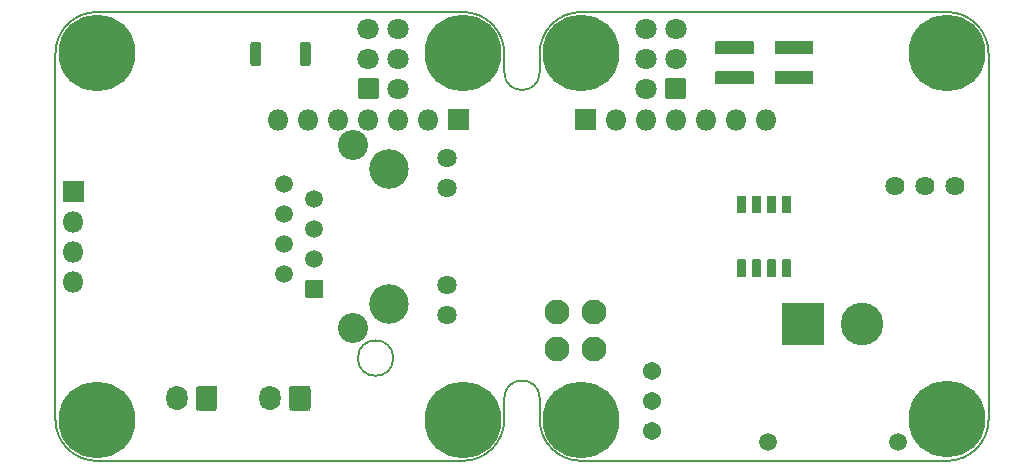
<source format=gbr>
%TF.GenerationSoftware,KiCad,Pcbnew,(5.1.8-0-10_14)*%
%TF.CreationDate,2021-09-02T11:11:12+02:00*%
%TF.ProjectId,ethersweep,65746865-7273-4776-9565-702e6b696361,2.0.1*%
%TF.SameCoordinates,Original*%
%TF.FileFunction,Soldermask,Bot*%
%TF.FilePolarity,Negative*%
%FSLAX46Y46*%
G04 Gerber Fmt 4.6, Leading zero omitted, Abs format (unit mm)*
G04 Created by KiCad (PCBNEW (5.1.8-0-10_14)) date 2021-09-02 11:11:12*
%MOMM*%
%LPD*%
G01*
G04 APERTURE LIST*
%TA.AperFunction,Profile*%
%ADD10C,0.150000*%
%TD*%
%ADD11C,0.902000*%
%ADD12C,6.502000*%
%ADD13O,1.802000X2.102000*%
%ADD14C,1.802000*%
%ADD15O,1.802000X1.802000*%
%ADD16C,2.102000*%
%ADD17C,1.500000*%
%ADD18C,1.632000*%
%ADD19C,2.547000*%
%ADD20C,3.352000*%
%ADD21C,1.542000*%
%ADD22C,1.502000*%
%ADD23C,3.602000*%
%ADD24C,1.626000*%
%ADD25C,0.100000*%
G04 APERTURE END LIST*
D10*
X221600000Y-26700000D02*
G75*
G02*
X225100000Y-30200000I0J-3500000D01*
G01*
X184100000Y-60700000D02*
X184100000Y-59400000D01*
X187100000Y-31800000D02*
X187100000Y-30700000D01*
X187100000Y-31800000D02*
G75*
G02*
X184100000Y-31800000I-1500000J0D01*
G01*
X187100000Y-61200000D02*
X187100000Y-59400000D01*
X184100000Y-31800000D02*
X184100000Y-30200000D01*
X184100000Y-59400000D02*
G75*
G02*
X187100000Y-59400000I1500000J0D01*
G01*
X184100000Y-61200000D02*
X184100000Y-60700000D01*
X187100000Y-30200000D02*
X187100000Y-30700000D01*
X174700000Y-56000000D02*
G75*
G03*
X174700000Y-56000000I-1500000J0D01*
G01*
X149600000Y-64700000D02*
G75*
G02*
X146100000Y-61200000I0J3500000D01*
G01*
X149600000Y-64700000D02*
X180600000Y-64700000D01*
X190600000Y-26700000D02*
X221600000Y-26700000D01*
X187100000Y-30200000D02*
G75*
G02*
X190600000Y-26700000I3500000J0D01*
G01*
X225100000Y-61200000D02*
G75*
G02*
X221600000Y-64700000I-3500000J0D01*
G01*
X190600000Y-64700000D02*
G75*
G02*
X187100000Y-61200000I0J3500000D01*
G01*
X190600000Y-64700000D02*
X221600000Y-64700000D01*
X225100000Y-61200000D02*
X225100000Y-30200000D01*
X146100000Y-30200000D02*
X146100000Y-61200000D01*
X184100000Y-61200000D02*
G75*
G02*
X180600000Y-64700000I-3500000J0D01*
G01*
X180600000Y-26700000D02*
G75*
G02*
X184100000Y-30200000I0J-3500000D01*
G01*
X146100000Y-30200000D02*
G75*
G02*
X149600000Y-26700000I3500000J0D01*
G01*
X180600000Y-26700000D02*
X149600000Y-26700000D01*
X221600000Y-26700000D02*
G75*
G02*
X225100000Y-30200000I0J-3500000D01*
G01*
X184100000Y-60700000D02*
X184100000Y-59400000D01*
X187100000Y-31800000D02*
X187100000Y-30700000D01*
X187100000Y-31800000D02*
G75*
G02*
X184100000Y-31800000I-1500000J0D01*
G01*
X187100000Y-61200000D02*
X187100000Y-59400000D01*
X184100000Y-31800000D02*
X184100000Y-30200000D01*
X184100000Y-59400000D02*
G75*
G02*
X187100000Y-59400000I1500000J0D01*
G01*
X184100000Y-61200000D02*
X184100000Y-60700000D01*
X187100000Y-30200000D02*
X187100000Y-30700000D01*
X174700000Y-56000000D02*
G75*
G03*
X174700000Y-56000000I-1500000J0D01*
G01*
X149600000Y-64700000D02*
G75*
G02*
X146100000Y-61200000I0J3500000D01*
G01*
X149600000Y-64700000D02*
X180600000Y-64700000D01*
X190600000Y-26700000D02*
X221600000Y-26700000D01*
X187100000Y-30200000D02*
G75*
G02*
X190600000Y-26700000I3500000J0D01*
G01*
X225100000Y-61200000D02*
G75*
G02*
X221600000Y-64700000I-3500000J0D01*
G01*
X190600000Y-64700000D02*
G75*
G02*
X187100000Y-61200000I0J3500000D01*
G01*
X190600000Y-64700000D02*
X221600000Y-64700000D01*
X225100000Y-61200000D02*
X225100000Y-30200000D01*
X146100000Y-30200000D02*
X146100000Y-61200000D01*
X184100000Y-61200000D02*
G75*
G02*
X180600000Y-64700000I-3500000J0D01*
G01*
X180600000Y-26700000D02*
G75*
G02*
X184100000Y-30200000I0J-3500000D01*
G01*
X146100000Y-30200000D02*
G75*
G02*
X149600000Y-26700000I3500000J0D01*
G01*
X180600000Y-26700000D02*
X149600000Y-26700000D01*
D11*
X151297056Y-59502944D03*
X149600000Y-58800000D03*
X147902944Y-59502944D03*
X147200000Y-61200000D03*
X147902944Y-62897056D03*
X149600000Y-63600000D03*
X151297056Y-62897056D03*
X152000000Y-61200000D03*
D12*
X149600000Y-61200000D03*
X221600000Y-30200000D03*
D11*
X224000000Y-30200000D03*
X223297056Y-31897056D03*
X221600000Y-32600000D03*
X219902944Y-31897056D03*
X219200000Y-30200000D03*
X219902944Y-28502944D03*
X221600000Y-27800000D03*
X223297056Y-28502944D03*
D13*
X156400000Y-59400000D03*
G36*
G01*
X159801000Y-58614000D02*
X159801000Y-60186000D01*
G75*
G02*
X159536000Y-60451000I-265000J0D01*
G01*
X158264000Y-60451000D01*
G75*
G02*
X157999000Y-60186000I0J265000D01*
G01*
X157999000Y-58614000D01*
G75*
G02*
X158264000Y-58349000I265000J0D01*
G01*
X159536000Y-58349000D01*
G75*
G02*
X159801000Y-58614000I0J-265000D01*
G01*
G37*
G36*
G01*
X171699000Y-33836000D02*
X171699000Y-32564000D01*
G75*
G02*
X171964000Y-32299000I265000J0D01*
G01*
X173236000Y-32299000D01*
G75*
G02*
X173501000Y-32564000I0J-265000D01*
G01*
X173501000Y-33836000D01*
G75*
G02*
X173236000Y-34101000I-265000J0D01*
G01*
X171964000Y-34101000D01*
G75*
G02*
X171699000Y-33836000I0J265000D01*
G01*
G37*
D14*
X172600000Y-30660000D03*
X172600000Y-28120000D03*
X175140000Y-33200000D03*
X175140000Y-30660000D03*
X175140000Y-28120000D03*
G36*
G01*
X199501000Y-32564000D02*
X199501000Y-33836000D01*
G75*
G02*
X199236000Y-34101000I-265000J0D01*
G01*
X197964000Y-34101000D01*
G75*
G02*
X197699000Y-33836000I0J265000D01*
G01*
X197699000Y-32564000D01*
G75*
G02*
X197964000Y-32299000I265000J0D01*
G01*
X199236000Y-32299000D01*
G75*
G02*
X199501000Y-32564000I0J-265000D01*
G01*
G37*
X198600000Y-30660000D03*
X198600000Y-28120000D03*
X196060000Y-33200000D03*
X196060000Y-30660000D03*
X196060000Y-28120000D03*
D12*
X190600000Y-61200000D03*
D11*
X193000000Y-61200000D03*
X192297056Y-62897056D03*
X190600000Y-63600000D03*
X188902944Y-62897056D03*
X188200000Y-61200000D03*
X188902944Y-59502944D03*
X190600000Y-58800000D03*
X192297056Y-59502944D03*
X223297056Y-59477945D03*
X221600000Y-58775001D03*
X219902944Y-59477945D03*
X219200000Y-61175001D03*
X219902944Y-62872057D03*
X221600000Y-63575001D03*
X223297056Y-62872057D03*
X224000000Y-61175001D03*
D12*
X221600000Y-61175001D03*
D11*
X192297056Y-28502944D03*
X190600000Y-27800000D03*
X188902944Y-28502944D03*
X188200000Y-30200000D03*
X188902944Y-31897056D03*
X190600000Y-32600000D03*
X192297056Y-31897056D03*
X193000000Y-30200000D03*
D12*
X190600000Y-30200000D03*
G36*
G01*
X148501000Y-41050000D02*
X148501000Y-42750000D01*
G75*
G02*
X148450000Y-42801000I-51000J0D01*
G01*
X146750000Y-42801000D01*
G75*
G02*
X146699000Y-42750000I0J51000D01*
G01*
X146699000Y-41050000D01*
G75*
G02*
X146750000Y-40999000I51000J0D01*
G01*
X148450000Y-40999000D01*
G75*
G02*
X148501000Y-41050000I0J-51000D01*
G01*
G37*
D15*
X147600000Y-44440000D03*
X147600000Y-46980000D03*
X147600000Y-49520000D03*
G36*
G01*
X167701000Y-58614000D02*
X167701000Y-60186000D01*
G75*
G02*
X167436000Y-60451000I-265000J0D01*
G01*
X166164000Y-60451000D01*
G75*
G02*
X165899000Y-60186000I0J265000D01*
G01*
X165899000Y-58614000D01*
G75*
G02*
X166164000Y-58349000I265000J0D01*
G01*
X167436000Y-58349000D01*
G75*
G02*
X167701000Y-58614000I0J-265000D01*
G01*
G37*
D13*
X164300000Y-59400000D03*
G36*
G01*
X210251000Y-29230000D02*
X210251000Y-30230000D01*
G75*
G02*
X210200000Y-30281000I-51000J0D01*
G01*
X207050000Y-30281000D01*
G75*
G02*
X206999000Y-30230000I0J51000D01*
G01*
X206999000Y-29230000D01*
G75*
G02*
X207050000Y-29179000I51000J0D01*
G01*
X210200000Y-29179000D01*
G75*
G02*
X210251000Y-29230000I0J-51000D01*
G01*
G37*
G36*
G01*
X205201000Y-29230000D02*
X205201000Y-30230000D01*
G75*
G02*
X205150000Y-30281000I-51000J0D01*
G01*
X202000000Y-30281000D01*
G75*
G02*
X201949000Y-30230000I0J51000D01*
G01*
X201949000Y-29230000D01*
G75*
G02*
X202000000Y-29179000I51000J0D01*
G01*
X205150000Y-29179000D01*
G75*
G02*
X205201000Y-29230000I0J-51000D01*
G01*
G37*
G36*
G01*
X210251000Y-31770000D02*
X210251000Y-32770000D01*
G75*
G02*
X210200000Y-32821000I-51000J0D01*
G01*
X207050000Y-32821000D01*
G75*
G02*
X206999000Y-32770000I0J51000D01*
G01*
X206999000Y-31770000D01*
G75*
G02*
X207050000Y-31719000I51000J0D01*
G01*
X210200000Y-31719000D01*
G75*
G02*
X210251000Y-31770000I0J-51000D01*
G01*
G37*
G36*
G01*
X205201000Y-31770000D02*
X205201000Y-32770000D01*
G75*
G02*
X205150000Y-32821000I-51000J0D01*
G01*
X202000000Y-32821000D01*
G75*
G02*
X201949000Y-32770000I0J51000D01*
G01*
X201949000Y-31770000D01*
G75*
G02*
X202000000Y-31719000I51000J0D01*
G01*
X205150000Y-31719000D01*
G75*
G02*
X205201000Y-31770000I0J-51000D01*
G01*
G37*
G36*
G01*
X163501000Y-29424500D02*
X163501000Y-31075500D01*
G75*
G02*
X163275500Y-31301000I-225500J0D01*
G01*
X162824500Y-31301000D01*
G75*
G02*
X162599000Y-31075500I0J225500D01*
G01*
X162599000Y-29424500D01*
G75*
G02*
X162824500Y-29199000I225500J0D01*
G01*
X163275500Y-29199000D01*
G75*
G02*
X163501000Y-29424500I0J-225500D01*
G01*
G37*
G36*
G01*
X167701000Y-29424500D02*
X167701000Y-31075500D01*
G75*
G02*
X167475500Y-31301000I-225500J0D01*
G01*
X167024500Y-31301000D01*
G75*
G02*
X166799000Y-31075500I0J225500D01*
G01*
X166799000Y-29424500D01*
G75*
G02*
X167024500Y-29199000I225500J0D01*
G01*
X167475500Y-29199000D01*
G75*
G02*
X167701000Y-29424500I0J-225500D01*
G01*
G37*
G36*
G01*
X203844000Y-43700000D02*
X203844000Y-42300000D01*
G75*
G02*
X203895000Y-42249000I51000J0D01*
G01*
X204495000Y-42249000D01*
G75*
G02*
X204546000Y-42300000I0J-51000D01*
G01*
X204546000Y-43700000D01*
G75*
G02*
X204495000Y-43751000I-51000J0D01*
G01*
X203895000Y-43751000D01*
G75*
G02*
X203844000Y-43700000I0J51000D01*
G01*
G37*
G36*
G01*
X205114000Y-43700000D02*
X205114000Y-42300000D01*
G75*
G02*
X205165000Y-42249000I51000J0D01*
G01*
X205765000Y-42249000D01*
G75*
G02*
X205816000Y-42300000I0J-51000D01*
G01*
X205816000Y-43700000D01*
G75*
G02*
X205765000Y-43751000I-51000J0D01*
G01*
X205165000Y-43751000D01*
G75*
G02*
X205114000Y-43700000I0J51000D01*
G01*
G37*
G36*
G01*
X206384000Y-43700000D02*
X206384000Y-42300000D01*
G75*
G02*
X206435000Y-42249000I51000J0D01*
G01*
X207035000Y-42249000D01*
G75*
G02*
X207086000Y-42300000I0J-51000D01*
G01*
X207086000Y-43700000D01*
G75*
G02*
X207035000Y-43751000I-51000J0D01*
G01*
X206435000Y-43751000D01*
G75*
G02*
X206384000Y-43700000I0J51000D01*
G01*
G37*
G36*
G01*
X207654000Y-43700000D02*
X207654000Y-42300000D01*
G75*
G02*
X207705000Y-42249000I51000J0D01*
G01*
X208305000Y-42249000D01*
G75*
G02*
X208356000Y-42300000I0J-51000D01*
G01*
X208356000Y-43700000D01*
G75*
G02*
X208305000Y-43751000I-51000J0D01*
G01*
X207705000Y-43751000D01*
G75*
G02*
X207654000Y-43700000I0J51000D01*
G01*
G37*
G36*
G01*
X207654000Y-49100000D02*
X207654000Y-47700000D01*
G75*
G02*
X207705000Y-47649000I51000J0D01*
G01*
X208305000Y-47649000D01*
G75*
G02*
X208356000Y-47700000I0J-51000D01*
G01*
X208356000Y-49100000D01*
G75*
G02*
X208305000Y-49151000I-51000J0D01*
G01*
X207705000Y-49151000D01*
G75*
G02*
X207654000Y-49100000I0J51000D01*
G01*
G37*
G36*
G01*
X206384000Y-49100000D02*
X206384000Y-47700000D01*
G75*
G02*
X206435000Y-47649000I51000J0D01*
G01*
X207035000Y-47649000D01*
G75*
G02*
X207086000Y-47700000I0J-51000D01*
G01*
X207086000Y-49100000D01*
G75*
G02*
X207035000Y-49151000I-51000J0D01*
G01*
X206435000Y-49151000D01*
G75*
G02*
X206384000Y-49100000I0J51000D01*
G01*
G37*
G36*
G01*
X205114000Y-49100000D02*
X205114000Y-47700000D01*
G75*
G02*
X205165000Y-47649000I51000J0D01*
G01*
X205765000Y-47649000D01*
G75*
G02*
X205816000Y-47700000I0J-51000D01*
G01*
X205816000Y-49100000D01*
G75*
G02*
X205765000Y-49151000I-51000J0D01*
G01*
X205165000Y-49151000D01*
G75*
G02*
X205114000Y-49100000I0J51000D01*
G01*
G37*
G36*
G01*
X203844000Y-49100000D02*
X203844000Y-47700000D01*
G75*
G02*
X203895000Y-47649000I51000J0D01*
G01*
X204495000Y-47649000D01*
G75*
G02*
X204546000Y-47700000I0J-51000D01*
G01*
X204546000Y-49100000D01*
G75*
G02*
X204495000Y-49151000I-51000J0D01*
G01*
X203895000Y-49151000D01*
G75*
G02*
X203844000Y-49100000I0J51000D01*
G01*
G37*
D12*
X149600000Y-30200000D03*
D11*
X152000000Y-30200000D03*
X151297056Y-31897056D03*
X149600000Y-32600000D03*
X147902944Y-31897056D03*
X147200000Y-30200000D03*
X147902944Y-28502944D03*
X149600000Y-27800000D03*
X151297056Y-28502944D03*
X182297056Y-28502944D03*
X180600000Y-27800000D03*
X178902944Y-28502944D03*
X178200000Y-30200000D03*
X178902944Y-31897056D03*
X180600000Y-32600000D03*
X182297056Y-31897056D03*
X183000000Y-30200000D03*
D12*
X180600000Y-30200000D03*
X180600000Y-61200000D03*
D11*
X183000000Y-61200000D03*
X182297056Y-62897056D03*
X180600000Y-63600000D03*
X178902944Y-62897056D03*
X178200000Y-61200000D03*
X178902944Y-59502944D03*
X180600000Y-58800000D03*
X182297056Y-59502944D03*
D16*
X188574999Y-55200000D03*
X188600000Y-52100000D03*
X191700000Y-55200000D03*
X191700000Y-52100000D03*
G36*
G01*
X191850000Y-36701000D02*
X190150000Y-36701000D01*
G75*
G02*
X190099000Y-36650000I0J51000D01*
G01*
X190099000Y-34950000D01*
G75*
G02*
X190150000Y-34899000I51000J0D01*
G01*
X191850000Y-34899000D01*
G75*
G02*
X191901000Y-34950000I0J-51000D01*
G01*
X191901000Y-36650000D01*
G75*
G02*
X191850000Y-36701000I-51000J0D01*
G01*
G37*
D15*
X193540000Y-35800000D03*
X196080000Y-35800000D03*
X198620000Y-35800000D03*
X201160000Y-35800000D03*
X203700000Y-35800000D03*
X206240000Y-35800000D03*
X164960000Y-35800000D03*
X167500000Y-35800000D03*
X170040000Y-35800000D03*
X172580000Y-35800000D03*
X175120000Y-35800000D03*
X177660000Y-35800000D03*
G36*
G01*
X181050000Y-36701000D02*
X179350000Y-36701000D01*
G75*
G02*
X179299000Y-36650000I0J51000D01*
G01*
X179299000Y-34950000D01*
G75*
G02*
X179350000Y-34899000I51000J0D01*
G01*
X181050000Y-34899000D01*
G75*
G02*
X181101000Y-34950000I0J-51000D01*
G01*
X181101000Y-36650000D01*
G75*
G02*
X181050000Y-36701000I-51000J0D01*
G01*
G37*
G36*
G01*
X167301000Y-49400000D02*
X168699000Y-49400000D01*
G75*
G02*
X168750000Y-49451000I0J-51000D01*
G01*
X168750000Y-50849000D01*
G75*
G02*
X168699000Y-50900000I-51000J0D01*
G01*
X167301000Y-50900000D01*
G75*
G02*
X167250000Y-50849000I0J51000D01*
G01*
X167250000Y-49451000D01*
G75*
G02*
X167301000Y-49400000I51000J0D01*
G01*
G37*
D17*
X165460000Y-48880000D03*
X168000000Y-47610000D03*
X165460000Y-46340000D03*
X168000000Y-45070000D03*
X165460000Y-43800000D03*
X168000000Y-42530000D03*
X165460000Y-41260000D03*
D18*
X179250000Y-52325000D03*
X179250000Y-49785000D03*
X179250000Y-39075000D03*
X179250000Y-41615000D03*
D19*
X171300000Y-53445000D03*
X171300000Y-37955000D03*
D20*
X174350000Y-39985000D03*
X174350000Y-51415000D03*
D21*
X196600000Y-62180000D03*
X196600000Y-59640000D03*
X196600000Y-57100000D03*
D22*
X206400000Y-63100000D03*
X217400000Y-63100000D03*
G36*
G01*
X211201000Y-51350000D02*
X211201000Y-54850000D01*
G75*
G02*
X211150000Y-54901000I-51000J0D01*
G01*
X207650000Y-54901000D01*
G75*
G02*
X207599000Y-54850000I0J51000D01*
G01*
X207599000Y-51350000D01*
G75*
G02*
X207650000Y-51299000I51000J0D01*
G01*
X211150000Y-51299000D01*
G75*
G02*
X211201000Y-51350000I0J-51000D01*
G01*
G37*
D23*
X214400000Y-53100000D03*
D24*
X222260000Y-41390000D03*
X219720000Y-41390000D03*
X217180000Y-41390000D03*
D25*
G36*
X165900990Y-60185804D02*
G01*
X165906062Y-60237304D01*
X165921029Y-60286642D01*
X165945332Y-60332110D01*
X165978038Y-60371962D01*
X166017890Y-60404668D01*
X166063358Y-60428971D01*
X166112696Y-60443938D01*
X166164196Y-60449010D01*
X166165822Y-60450175D01*
X166165626Y-60452165D01*
X166164000Y-60453000D01*
X166081903Y-60453000D01*
X166081707Y-60452990D01*
X166041204Y-60449001D01*
X166040819Y-60448925D01*
X166007767Y-60438899D01*
X166007405Y-60438749D01*
X165976954Y-60422472D01*
X165976628Y-60422254D01*
X165949932Y-60400345D01*
X165949655Y-60400068D01*
X165927746Y-60373372D01*
X165927528Y-60373046D01*
X165911251Y-60342595D01*
X165911101Y-60342233D01*
X165901075Y-60309181D01*
X165900999Y-60308796D01*
X165897010Y-60268293D01*
X165897000Y-60268097D01*
X165897000Y-60186000D01*
X165898000Y-60184268D01*
X165900000Y-60184268D01*
X165900990Y-60185804D01*
G37*
G36*
X159802165Y-60184374D02*
G01*
X159803000Y-60186000D01*
X159803000Y-60268097D01*
X159802990Y-60268293D01*
X159799001Y-60308796D01*
X159798925Y-60309181D01*
X159788899Y-60342233D01*
X159788749Y-60342595D01*
X159772472Y-60373046D01*
X159772254Y-60373372D01*
X159750345Y-60400068D01*
X159750068Y-60400345D01*
X159723372Y-60422254D01*
X159723046Y-60422472D01*
X159692595Y-60438749D01*
X159692233Y-60438899D01*
X159659181Y-60448925D01*
X159658796Y-60449001D01*
X159618293Y-60452990D01*
X159618097Y-60453000D01*
X159536000Y-60453000D01*
X159534268Y-60452000D01*
X159534268Y-60450000D01*
X159535804Y-60449010D01*
X159587304Y-60443938D01*
X159636642Y-60428971D01*
X159682110Y-60404668D01*
X159721962Y-60371962D01*
X159754668Y-60332110D01*
X159778971Y-60286642D01*
X159793938Y-60237304D01*
X159799010Y-60185804D01*
X159800175Y-60184178D01*
X159802165Y-60184374D01*
G37*
G36*
X167702165Y-60184374D02*
G01*
X167703000Y-60186000D01*
X167703000Y-60268097D01*
X167702990Y-60268293D01*
X167699001Y-60308796D01*
X167698925Y-60309181D01*
X167688899Y-60342233D01*
X167688749Y-60342595D01*
X167672472Y-60373046D01*
X167672254Y-60373372D01*
X167650345Y-60400068D01*
X167650068Y-60400345D01*
X167623372Y-60422254D01*
X167623046Y-60422472D01*
X167592595Y-60438749D01*
X167592233Y-60438899D01*
X167559181Y-60448925D01*
X167558796Y-60449001D01*
X167518293Y-60452990D01*
X167518097Y-60453000D01*
X167436000Y-60453000D01*
X167434268Y-60452000D01*
X167434268Y-60450000D01*
X167435804Y-60449010D01*
X167487304Y-60443938D01*
X167536642Y-60428971D01*
X167582110Y-60404668D01*
X167621962Y-60371962D01*
X167654668Y-60332110D01*
X167678971Y-60286642D01*
X167693938Y-60237304D01*
X167699010Y-60185804D01*
X167700175Y-60184178D01*
X167702165Y-60184374D01*
G37*
G36*
X158000990Y-60185804D02*
G01*
X158006062Y-60237304D01*
X158021029Y-60286642D01*
X158045332Y-60332110D01*
X158078038Y-60371962D01*
X158117890Y-60404668D01*
X158163358Y-60428971D01*
X158212696Y-60443938D01*
X158264196Y-60449010D01*
X158265822Y-60450175D01*
X158265626Y-60452165D01*
X158264000Y-60453000D01*
X158181903Y-60453000D01*
X158181707Y-60452990D01*
X158141204Y-60449001D01*
X158140819Y-60448925D01*
X158107767Y-60438899D01*
X158107405Y-60438749D01*
X158076954Y-60422472D01*
X158076628Y-60422254D01*
X158049932Y-60400345D01*
X158049655Y-60400068D01*
X158027746Y-60373372D01*
X158027528Y-60373046D01*
X158011251Y-60342595D01*
X158011101Y-60342233D01*
X158001075Y-60309181D01*
X158000999Y-60308796D01*
X157997010Y-60268293D01*
X157997000Y-60268097D01*
X157997000Y-60186000D01*
X157998000Y-60184268D01*
X158000000Y-60184268D01*
X158000990Y-60185804D01*
G37*
G36*
X166165732Y-58348000D02*
G01*
X166165732Y-58350000D01*
X166164196Y-58350990D01*
X166112696Y-58356062D01*
X166063358Y-58371029D01*
X166017890Y-58395332D01*
X165978038Y-58428038D01*
X165945332Y-58467890D01*
X165921029Y-58513358D01*
X165906062Y-58562696D01*
X165900990Y-58614196D01*
X165899825Y-58615822D01*
X165897835Y-58615626D01*
X165897000Y-58614000D01*
X165897000Y-58531903D01*
X165897010Y-58531707D01*
X165900999Y-58491204D01*
X165901075Y-58490819D01*
X165911101Y-58457767D01*
X165911251Y-58457405D01*
X165927528Y-58426954D01*
X165927746Y-58426628D01*
X165949655Y-58399932D01*
X165949932Y-58399655D01*
X165976628Y-58377746D01*
X165976954Y-58377528D01*
X166007405Y-58361251D01*
X166007767Y-58361101D01*
X166040819Y-58351075D01*
X166041204Y-58350999D01*
X166081707Y-58347010D01*
X166081903Y-58347000D01*
X166164000Y-58347000D01*
X166165732Y-58348000D01*
G37*
G36*
X158265732Y-58348000D02*
G01*
X158265732Y-58350000D01*
X158264196Y-58350990D01*
X158212696Y-58356062D01*
X158163358Y-58371029D01*
X158117890Y-58395332D01*
X158078038Y-58428038D01*
X158045332Y-58467890D01*
X158021029Y-58513358D01*
X158006062Y-58562696D01*
X158000990Y-58614196D01*
X157999825Y-58615822D01*
X157997835Y-58615626D01*
X157997000Y-58614000D01*
X157997000Y-58531903D01*
X157997010Y-58531707D01*
X158000999Y-58491204D01*
X158001075Y-58490819D01*
X158011101Y-58457767D01*
X158011251Y-58457405D01*
X158027528Y-58426954D01*
X158027746Y-58426628D01*
X158049655Y-58399932D01*
X158049932Y-58399655D01*
X158076628Y-58377746D01*
X158076954Y-58377528D01*
X158107405Y-58361251D01*
X158107767Y-58361101D01*
X158140819Y-58351075D01*
X158141204Y-58350999D01*
X158181707Y-58347010D01*
X158181903Y-58347000D01*
X158264000Y-58347000D01*
X158265732Y-58348000D01*
G37*
G36*
X159618293Y-58347010D02*
G01*
X159658796Y-58350999D01*
X159659181Y-58351075D01*
X159692233Y-58361101D01*
X159692595Y-58361251D01*
X159723046Y-58377528D01*
X159723372Y-58377746D01*
X159750068Y-58399655D01*
X159750345Y-58399932D01*
X159772254Y-58426628D01*
X159772472Y-58426954D01*
X159788749Y-58457405D01*
X159788899Y-58457767D01*
X159798925Y-58490819D01*
X159799001Y-58491204D01*
X159802990Y-58531707D01*
X159803000Y-58531903D01*
X159803000Y-58614000D01*
X159802000Y-58615732D01*
X159800000Y-58615732D01*
X159799010Y-58614196D01*
X159793938Y-58562696D01*
X159778971Y-58513358D01*
X159754668Y-58467890D01*
X159721962Y-58428038D01*
X159682110Y-58395332D01*
X159636642Y-58371029D01*
X159587304Y-58356062D01*
X159535804Y-58350990D01*
X159534178Y-58349825D01*
X159534374Y-58347835D01*
X159536000Y-58347000D01*
X159618097Y-58347000D01*
X159618293Y-58347010D01*
G37*
G36*
X167518293Y-58347010D02*
G01*
X167558796Y-58350999D01*
X167559181Y-58351075D01*
X167592233Y-58361101D01*
X167592595Y-58361251D01*
X167623046Y-58377528D01*
X167623372Y-58377746D01*
X167650068Y-58399655D01*
X167650345Y-58399932D01*
X167672254Y-58426628D01*
X167672472Y-58426954D01*
X167688749Y-58457405D01*
X167688899Y-58457767D01*
X167698925Y-58490819D01*
X167699001Y-58491204D01*
X167702990Y-58531707D01*
X167703000Y-58531903D01*
X167703000Y-58614000D01*
X167702000Y-58615732D01*
X167700000Y-58615732D01*
X167699010Y-58614196D01*
X167693938Y-58562696D01*
X167678971Y-58513358D01*
X167654668Y-58467890D01*
X167621962Y-58428038D01*
X167582110Y-58395332D01*
X167536642Y-58371029D01*
X167487304Y-58356062D01*
X167435804Y-58350990D01*
X167434178Y-58349825D01*
X167434374Y-58347835D01*
X167436000Y-58347000D01*
X167518097Y-58347000D01*
X167518293Y-58347010D01*
G37*
G36*
X171700990Y-33835804D02*
G01*
X171706062Y-33887304D01*
X171721029Y-33936642D01*
X171745332Y-33982110D01*
X171778038Y-34021962D01*
X171817890Y-34054668D01*
X171863358Y-34078971D01*
X171912696Y-34093938D01*
X171964196Y-34099010D01*
X171965822Y-34100175D01*
X171965626Y-34102165D01*
X171964000Y-34103000D01*
X171881903Y-34103000D01*
X171881707Y-34102990D01*
X171841204Y-34099001D01*
X171840819Y-34098925D01*
X171807767Y-34088899D01*
X171807405Y-34088749D01*
X171776954Y-34072472D01*
X171776628Y-34072254D01*
X171749932Y-34050345D01*
X171749655Y-34050068D01*
X171727746Y-34023372D01*
X171727528Y-34023046D01*
X171711251Y-33992595D01*
X171711101Y-33992233D01*
X171701075Y-33959181D01*
X171700999Y-33958796D01*
X171697010Y-33918293D01*
X171697000Y-33918097D01*
X171697000Y-33836000D01*
X171698000Y-33834268D01*
X171700000Y-33834268D01*
X171700990Y-33835804D01*
G37*
G36*
X197700990Y-33835804D02*
G01*
X197706062Y-33887304D01*
X197721029Y-33936642D01*
X197745332Y-33982110D01*
X197778038Y-34021962D01*
X197817890Y-34054668D01*
X197863358Y-34078971D01*
X197912696Y-34093938D01*
X197964196Y-34099010D01*
X197965822Y-34100175D01*
X197965626Y-34102165D01*
X197964000Y-34103000D01*
X197881903Y-34103000D01*
X197881707Y-34102990D01*
X197841204Y-34099001D01*
X197840819Y-34098925D01*
X197807767Y-34088899D01*
X197807405Y-34088749D01*
X197776954Y-34072472D01*
X197776628Y-34072254D01*
X197749932Y-34050345D01*
X197749655Y-34050068D01*
X197727746Y-34023372D01*
X197727528Y-34023046D01*
X197711251Y-33992595D01*
X197711101Y-33992233D01*
X197701075Y-33959181D01*
X197700999Y-33958796D01*
X197697010Y-33918293D01*
X197697000Y-33918097D01*
X197697000Y-33836000D01*
X197698000Y-33834268D01*
X197700000Y-33834268D01*
X197700990Y-33835804D01*
G37*
G36*
X173502165Y-33834374D02*
G01*
X173503000Y-33836000D01*
X173503000Y-33918097D01*
X173502990Y-33918293D01*
X173499001Y-33958796D01*
X173498925Y-33959181D01*
X173488899Y-33992233D01*
X173488749Y-33992595D01*
X173472472Y-34023046D01*
X173472254Y-34023372D01*
X173450345Y-34050068D01*
X173450068Y-34050345D01*
X173423372Y-34072254D01*
X173423046Y-34072472D01*
X173392595Y-34088749D01*
X173392233Y-34088899D01*
X173359181Y-34098925D01*
X173358796Y-34099001D01*
X173318293Y-34102990D01*
X173318097Y-34103000D01*
X173236000Y-34103000D01*
X173234268Y-34102000D01*
X173234268Y-34100000D01*
X173235804Y-34099010D01*
X173287304Y-34093938D01*
X173336642Y-34078971D01*
X173382110Y-34054668D01*
X173421962Y-34021962D01*
X173454668Y-33982110D01*
X173478971Y-33936642D01*
X173493938Y-33887304D01*
X173499010Y-33835804D01*
X173500175Y-33834178D01*
X173502165Y-33834374D01*
G37*
G36*
X199502165Y-33834374D02*
G01*
X199503000Y-33836000D01*
X199503000Y-33918097D01*
X199502990Y-33918293D01*
X199499001Y-33958796D01*
X199498925Y-33959181D01*
X199488899Y-33992233D01*
X199488749Y-33992595D01*
X199472472Y-34023046D01*
X199472254Y-34023372D01*
X199450345Y-34050068D01*
X199450068Y-34050345D01*
X199423372Y-34072254D01*
X199423046Y-34072472D01*
X199392595Y-34088749D01*
X199392233Y-34088899D01*
X199359181Y-34098925D01*
X199358796Y-34099001D01*
X199318293Y-34102990D01*
X199318097Y-34103000D01*
X199236000Y-34103000D01*
X199234268Y-34102000D01*
X199234268Y-34100000D01*
X199235804Y-34099010D01*
X199287304Y-34093938D01*
X199336642Y-34078971D01*
X199382110Y-34054668D01*
X199421962Y-34021962D01*
X199454668Y-33982110D01*
X199478971Y-33936642D01*
X199493938Y-33887304D01*
X199499010Y-33835804D01*
X199500175Y-33834178D01*
X199502165Y-33834374D01*
G37*
G36*
X197965732Y-32298000D02*
G01*
X197965732Y-32300000D01*
X197964196Y-32300990D01*
X197912696Y-32306062D01*
X197863358Y-32321029D01*
X197817890Y-32345332D01*
X197778038Y-32378038D01*
X197745332Y-32417890D01*
X197721029Y-32463358D01*
X197706062Y-32512696D01*
X197700990Y-32564196D01*
X197699825Y-32565822D01*
X197697835Y-32565626D01*
X197697000Y-32564000D01*
X197697000Y-32481903D01*
X197697010Y-32481707D01*
X197700999Y-32441204D01*
X197701075Y-32440819D01*
X197711101Y-32407767D01*
X197711251Y-32407405D01*
X197727528Y-32376954D01*
X197727746Y-32376628D01*
X197749655Y-32349932D01*
X197749932Y-32349655D01*
X197776628Y-32327746D01*
X197776954Y-32327528D01*
X197807405Y-32311251D01*
X197807767Y-32311101D01*
X197840819Y-32301075D01*
X197841204Y-32300999D01*
X197881707Y-32297010D01*
X197881903Y-32297000D01*
X197964000Y-32297000D01*
X197965732Y-32298000D01*
G37*
G36*
X171965732Y-32298000D02*
G01*
X171965732Y-32300000D01*
X171964196Y-32300990D01*
X171912696Y-32306062D01*
X171863358Y-32321029D01*
X171817890Y-32345332D01*
X171778038Y-32378038D01*
X171745332Y-32417890D01*
X171721029Y-32463358D01*
X171706062Y-32512696D01*
X171700990Y-32564196D01*
X171699825Y-32565822D01*
X171697835Y-32565626D01*
X171697000Y-32564000D01*
X171697000Y-32481903D01*
X171697010Y-32481707D01*
X171700999Y-32441204D01*
X171701075Y-32440819D01*
X171711101Y-32407767D01*
X171711251Y-32407405D01*
X171727528Y-32376954D01*
X171727746Y-32376628D01*
X171749655Y-32349932D01*
X171749932Y-32349655D01*
X171776628Y-32327746D01*
X171776954Y-32327528D01*
X171807405Y-32311251D01*
X171807767Y-32311101D01*
X171840819Y-32301075D01*
X171841204Y-32300999D01*
X171881707Y-32297010D01*
X171881903Y-32297000D01*
X171964000Y-32297000D01*
X171965732Y-32298000D01*
G37*
G36*
X173318293Y-32297010D02*
G01*
X173358796Y-32300999D01*
X173359181Y-32301075D01*
X173392233Y-32311101D01*
X173392595Y-32311251D01*
X173423046Y-32327528D01*
X173423372Y-32327746D01*
X173450068Y-32349655D01*
X173450345Y-32349932D01*
X173472254Y-32376628D01*
X173472472Y-32376954D01*
X173488749Y-32407405D01*
X173488899Y-32407767D01*
X173498925Y-32440819D01*
X173499001Y-32441204D01*
X173502990Y-32481707D01*
X173503000Y-32481903D01*
X173503000Y-32564000D01*
X173502000Y-32565732D01*
X173500000Y-32565732D01*
X173499010Y-32564196D01*
X173493938Y-32512696D01*
X173478971Y-32463358D01*
X173454668Y-32417890D01*
X173421962Y-32378038D01*
X173382110Y-32345332D01*
X173336642Y-32321029D01*
X173287304Y-32306062D01*
X173235804Y-32300990D01*
X173234178Y-32299825D01*
X173234374Y-32297835D01*
X173236000Y-32297000D01*
X173318097Y-32297000D01*
X173318293Y-32297010D01*
G37*
G36*
X199318293Y-32297010D02*
G01*
X199358796Y-32300999D01*
X199359181Y-32301075D01*
X199392233Y-32311101D01*
X199392595Y-32311251D01*
X199423046Y-32327528D01*
X199423372Y-32327746D01*
X199450068Y-32349655D01*
X199450345Y-32349932D01*
X199472254Y-32376628D01*
X199472472Y-32376954D01*
X199488749Y-32407405D01*
X199488899Y-32407767D01*
X199498925Y-32440819D01*
X199499001Y-32441204D01*
X199502990Y-32481707D01*
X199503000Y-32481903D01*
X199503000Y-32564000D01*
X199502000Y-32565732D01*
X199500000Y-32565732D01*
X199499010Y-32564196D01*
X199493938Y-32512696D01*
X199478971Y-32463358D01*
X199454668Y-32417890D01*
X199421962Y-32378038D01*
X199382110Y-32345332D01*
X199336642Y-32321029D01*
X199287304Y-32306062D01*
X199235804Y-32300990D01*
X199234178Y-32299825D01*
X199234374Y-32297835D01*
X199236000Y-32297000D01*
X199318097Y-32297000D01*
X199318293Y-32297010D01*
G37*
M02*

</source>
